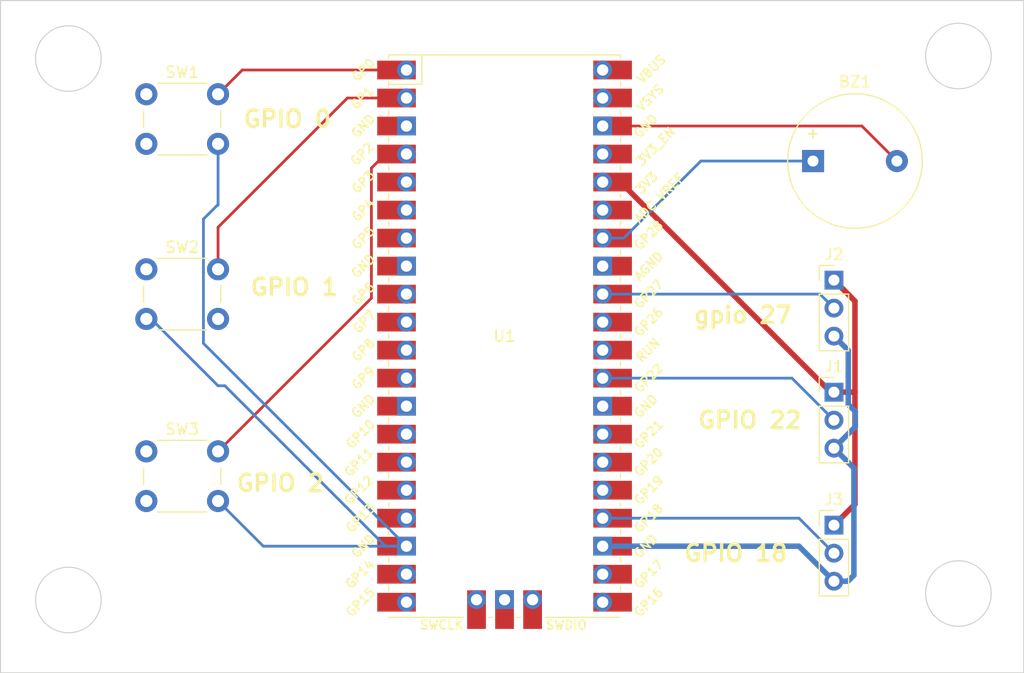
<source format=kicad_pcb>
(kicad_pcb (version 20221018) (generator pcbnew)
  (layers (0 "F.Cu" signal) (31 "B.Cu" signal) (34 "B.Paste" user) (35 "F.Paste" user) (36 "B.SilkS" user "B.Silkscreen") (37 "F.SilkS" user "F.Silkscreen") (38 "B.Mask" user) (39 "F.Mask" user) (44 "Edge.Cuts" user))
  (net 0 "")
  (net 1 "Net-(BZ1-Pad1)")
  (net 2 "Net-(BZ1-Pad2)")
  (net 3 "Net-(J1-Pad1)")
  (net 4 "Net-(J1-Pad2)")
  (net 5 "Net-(J3-Pad3)")
  (net 6 "Net-(J2-Pad2)")
  (net 7 "Net-(J3-Pad2)")
  (net 40 "Net-(U1-Pad1)")
  (net 41 "Net-(U1-Pad18)")
  (net 42 "Net-(U1-Pad2)")
  (net 43 "Net-(U1-Pad4)")
  (footprint "Button_Switch_THT:SW_PUSH_6mm_H13mm" (layer "F.Cu") (at 76.76 56.805)
    (fp_text reference "SW2" (at 3.25 -2) (layer "F.SilkS"))
    (fp_text value "SW_Push")
    (fp_line (start -0.25 1.5) (end -0.25 3) (stroke (width 0.12)) (layer "F.SilkS"))
    (fp_line (start 1 5.5) (end 5.5 5.5) (stroke (width 0.12)) (layer "F.SilkS"))
    (fp_line (start 5.5 -1) (end 1 -1) (stroke (width 0.12)) (layer "F.SilkS"))
    (fp_line (start 6.75 3) (end 6.75 1.5) (stroke (width 0.12)) (layer "F.SilkS"))
    (pad "1" thru_hole circle (at 0 0 90) (size 2 2) (drill 1.1) (layers "*.Cu" "*.Mask") (net 42 "Net-(U1-Pad2)"))
    (pad "1" thru_hole circle (at 6.5 0 90) (size 2 2) (drill 1.1) (layers "*.Cu" "*.Mask") (net 42 "Net-(U1-Pad2)"))
    (pad "2" thru_hole circle (at 0 4.5 90) (size 2 2) (drill 1.1) (layers "*.Cu" "*.Mask") (net 41 "Net-(U1-Pad18)"))
    (pad "2" thru_hole circle (at 6.5 4.5 90) (size 2 2) (drill 1.1) (layers "*.Cu" "*.Mask") (net 41 "Net-(U1-Pad18)"))
  )
  (footprint "Connector_PinHeader_2.54mm:PinHeader_1x03_P2.54mm_Vertical" (layer "F.Cu") (at 139.065 57.785)
    (fp_text reference "J2" (at 0 -2.33) (layer "F.SilkS"))
    (fp_text value "NeoPixel2")
    (fp_line (start -1.33 -1.33) (end 0 -1.33) (stroke (width 0.12)) (layer "F.SilkS"))
    (fp_line (start -1.33 0) (end -1.33 -1.33) (stroke (width 0.12)) (layer "F.SilkS"))
    (fp_line (start -1.33 1.27) (end -1.33 6.41) (stroke (width 0.12)) (layer "F.SilkS"))
    (fp_line (start -1.33 1.27) (end 1.33 1.27) (stroke (width 0.12)) (layer "F.SilkS"))
    (fp_line (start -1.33 6.41) (end 1.33 6.41) (stroke (width 0.12)) (layer "F.SilkS"))
    (fp_line (start 1.33 1.27) (end 1.33 6.41) (stroke (width 0.12)) (layer "F.SilkS"))
    (pad "1" thru_hole rect (at 0 0) (size 1.7 1.7) (drill 1) (layers "*.Cu" "*.Mask") (net 3 "Net-(J1-Pad1)"))
    (pad "2" thru_hole oval (at 0 2.54) (size 1.7 1.7) (drill 1) (layers "*.Cu" "*.Mask") (net 6 "Net-(J2-Pad2)"))
    (pad "3" thru_hole oval (at 0 5.08) (size 1.7 1.7) (drill 1) (layers "*.Cu" "*.Mask") (net 5 "Net-(J3-Pad3)"))
  )
  (footprint "Buzzer_Beeper:Buzzer_12x9.5RM7.6" (layer "F.Cu") (at 137.17 46.99)
    (fp_text reference "BZ1" (at 3.8 -7.2) (layer "F.SilkS"))
    (fp_text value "Buzzer")
    (fp_text user "+" (at -0.01 -2.54) (layer "F.SilkS"))
    (fp_circle (center 3.8 0) (end 9.9 0) (stroke (width 0.12)) (fill none) (layer "F.SilkS"))
    (pad "1" thru_hole rect (at 0 0) (size 2 2) (drill 1) (layers "*.Cu" "*.Mask") (net 1 "Net-(BZ1-Pad1)"))
    (pad "2" thru_hole circle (at 7.6 0) (size 2 2) (drill 1) (layers "*.Cu" "*.Mask") (net 2 "Net-(BZ1-Pad2)"))
  )
  (footprint "Connector_PinHeader_2.54mm:PinHeader_1x03_P2.54mm_Vertical" (layer "F.Cu") (at 139.065 67.945)
    (fp_text reference "J1" (at 0 -2.33) (layer "F.SilkS"))
    (fp_text value "NeoPixel1")
    (fp_line (start -1.33 -1.33) (end 0 -1.33) (stroke (width 0.12)) (layer "F.SilkS"))
    (fp_line (start -1.33 0) (end -1.33 -1.33) (stroke (width 0.12)) (layer "F.SilkS"))
    (fp_line (start -1.33 1.27) (end -1.33 6.41) (stroke (width 0.12)) (layer "F.SilkS"))
    (fp_line (start -1.33 1.27) (end 1.33 1.27) (stroke (width 0.12)) (layer "F.SilkS"))
    (fp_line (start -1.33 6.41) (end 1.33 6.41) (stroke (width 0.12)) (layer "F.SilkS"))
    (fp_line (start 1.33 1.27) (end 1.33 6.41) (stroke (width 0.12)) (layer "F.SilkS"))
    (pad "1" thru_hole rect (at 0 0) (size 1.7 1.7) (drill 1) (layers "*.Cu" "*.Mask") (net 3 "Net-(J1-Pad1)"))
    (pad "2" thru_hole oval (at 0 2.54) (size 1.7 1.7) (drill 1) (layers "*.Cu" "*.Mask") (net 4 "Net-(J1-Pad2)"))
    (pad "3" thru_hole oval (at 0 5.08) (size 1.7 1.7) (drill 1) (layers "*.Cu" "*.Mask") (net 5 "Net-(J3-Pad3)"))
  )
  (footprint "Button_Switch_THT:SW_PUSH_6mm_H13mm" (layer "F.Cu") (at 76.76 40.93)
    (fp_text reference "SW1" (at 3.25 -2) (layer "F.SilkS"))
    (fp_text value "SW_Push")
    (fp_line (start -0.25 1.5) (end -0.25 3) (stroke (width 0.12)) (layer "F.SilkS"))
    (fp_line (start 1 5.5) (end 5.5 5.5) (stroke (width 0.12)) (layer "F.SilkS"))
    (fp_line (start 5.5 -1) (end 1 -1) (stroke (width 0.12)) (layer "F.SilkS"))
    (fp_line (start 6.75 3) (end 6.75 1.5) (stroke (width 0.12)) (layer "F.SilkS"))
    (pad "1" thru_hole circle (at 0 0 90) (size 2 2) (drill 1.1) (layers "*.Cu" "*.Mask") (net 40 "Net-(U1-Pad1)"))
    (pad "1" thru_hole circle (at 6.5 0 90) (size 2 2) (drill 1.1) (layers "*.Cu" "*.Mask") (net 40 "Net-(U1-Pad1)"))
    (pad "2" thru_hole circle (at 0 4.5 90) (size 2 2) (drill 1.1) (layers "*.Cu" "*.Mask") (net 41 "Net-(U1-Pad18)"))
    (pad "2" thru_hole circle (at 6.5 4.5 90) (size 2 2) (drill 1.1) (layers "*.Cu" "*.Mask") (net 41 "Net-(U1-Pad18)"))
  )
  (footprint "Button_Switch_THT:SW_PUSH_6mm_H13mm" (layer "F.Cu") (at 76.76 73.315)
    (fp_text reference "SW3" (at 3.25 -2) (layer "F.SilkS"))
    (fp_text value "SW_Push")
    (fp_line (start -0.25 1.5) (end -0.25 3) (stroke (width 0.12)) (layer "F.SilkS"))
    (fp_line (start 1 5.5) (end 5.5 5.5) (stroke (width 0.12)) (layer "F.SilkS"))
    (fp_line (start 5.5 -1) (end 1 -1) (stroke (width 0.12)) (layer "F.SilkS"))
    (fp_line (start 6.75 3) (end 6.75 1.5) (stroke (width 0.12)) (layer "F.SilkS"))
    (pad "1" thru_hole circle (at 0 0 90) (size 2 2) (drill 1.1) (layers "*.Cu" "*.Mask") (net 43 "Net-(U1-Pad4)"))
    (pad "1" thru_hole circle (at 6.5 0 90) (size 2 2) (drill 1.1) (layers "*.Cu" "*.Mask") (net 43 "Net-(U1-Pad4)"))
    (pad "2" thru_hole circle (at 0 4.5 90) (size 2 2) (drill 1.1) (layers "*.Cu" "*.Mask") (net 41 "Net-(U1-Pad18)"))
    (pad "2" thru_hole circle (at 6.5 4.5 90) (size 2 2) (drill 1.1) (layers "*.Cu" "*.Mask") (net 41 "Net-(U1-Pad18)"))
  )
  (footprint "Connector_PinHeader_2.54mm:PinHeader_1x03_P2.54mm_Vertical" (layer "F.Cu") (at 139.065 80.01)
    (fp_text reference "J3" (at 0 -2.33) (layer "F.SilkS"))
    (fp_text value "NeoPixel3")
    (fp_line (start -1.33 -1.33) (end 0 -1.33) (stroke (width 0.12)) (layer "F.SilkS"))
    (fp_line (start -1.33 0) (end -1.33 -1.33) (stroke (width 0.12)) (layer "F.SilkS"))
    (fp_line (start -1.33 1.27) (end -1.33 6.41) (stroke (width 0.12)) (layer "F.SilkS"))
    (fp_line (start -1.33 1.27) (end 1.33 1.27) (stroke (width 0.12)) (layer "F.SilkS"))
    (fp_line (start -1.33 6.41) (end 1.33 6.41) (stroke (width 0.12)) (layer "F.SilkS"))
    (fp_line (start 1.33 1.27) (end 1.33 6.41) (stroke (width 0.12)) (layer "F.SilkS"))
    (pad "1" thru_hole rect (at 0 0) (size 1.7 1.7) (drill 1) (layers "*.Cu" "*.Mask") (net 3 "Net-(J1-Pad1)"))
    (pad "2" thru_hole oval (at 0 2.54) (size 1.7 1.7) (drill 1) (layers "*.Cu" "*.Mask") (net 7 "Net-(J3-Pad2)"))
    (pad "3" thru_hole oval (at 0 5.08) (size 1.7 1.7) (drill 1) (layers "*.Cu" "*.Mask") (net 5 "Net-(J3-Pad3)"))
  )
  (footprint "MCU_RaspberryPi_and_Boards:RPi_Pico_SMD_TH" (layer "F.Cu") (at 109.22 62.865)
    (fp_text reference "U1" (at 0 0) (layer "F.SilkS"))
    (fp_text value "Pico")
    (fp_text user "GND" (at -12.8 -19.05 45) (layer "F.SilkS") (effects (font (size 0.8 0.8))))
    (fp_text user "GND" (at -12.8 6.35 45) (layer "F.SilkS") (effects (font (size 0.8 0.8))))
    (fp_text user "GP5" (at -12.8 -8.89 45) (layer "F.SilkS") (effects (font (size 0.8 0.8))))
    (fp_text user "GP22" (at 13.054 3.81 45) (layer "F.SilkS") (effects (font (size 0.8 0.8))))
    (fp_text user "GND" (at -12.8 -6.35 45) (layer "F.SilkS") (effects (font (size 0.8 0.8))))
    (fp_text user "AGND" (at 13.054 -6.35 45) (layer "F.SilkS") (effects (font (size 0.8 0.8))))
    (fp_text user "GP15" (at -13.054 24.13 45) (layer "F.SilkS") (effects (font (size 0.8 0.8))))
    (fp_text user "GP19" (at 13.054 13.97 45) (layer "F.SilkS") (effects (font (size 0.8 0.8))))
    (fp_text user "SWDIO" (at 5.6 26.2) (layer "F.SilkS") (effects (font (size 0.8 0.8))))
    (fp_text user "GP0" (at -12.8 -24.13 45) (layer "F.SilkS") (effects (font (size 0.8 0.8))))
    (fp_text user "3V3" (at 12.9 -13.9 45) (layer "F.SilkS") (effects (font (size 0.8 0.8))))
    (fp_text user "GP14" (at -13.1 21.59 45) (layer "F.SilkS") (effects (font (size 0.8 0.8))))
    (fp_text user "GP21" (at 13.054 8.9 45) (layer "F.SilkS") (effects (font (size 0.8 0.8))))
    (fp_text user "GP10" (at -13.054 8.89 45) (layer "F.SilkS") (effects (font (size 0.8 0.8))))
    (fp_text user "VSYS" (at 13.2 -21.59 45) (layer "F.SilkS") (effects (font (size 0.8 0.8))))
    (fp_text user "GP9" (at -12.8 3.81 45) (layer "F.SilkS") (effects (font (size 0.8 0.8))))
    (fp_text user "GP6" (at -12.8 -3.81 45) (layer "F.SilkS") (effects (font (size 0.8 0.8))))
    (fp_text user "GP16" (at 13.054 24.13 45) (layer "F.SilkS") (effects (font (size 0.8 0.8))))
    (fp_text user "GND" (at 12.8 19.05 45) (layer "F.SilkS") (effects (font (size 0.8 0.8))))
    (fp_text user "GP1" (at -12.9 -21.6 45) (layer "F.SilkS") (effects (font (size 0.8 0.8))))
    (fp_text user "GP2" (at -12.9 -16.51 45) (layer "F.SilkS") (effects (font (size 0.8 0.8))))
    (fp_text user "GP13" (at -13.054 16.51 45) (layer "F.SilkS") (effects (font (size 0.8 0.8))))
    (fp_text user "GP18" (at 13.054 16.51 45) (layer "F.SilkS") (effects (font (size 0.8 0.8))))
    (fp_text user "GP17" (at 13.054 21.59 45) (layer "F.SilkS") (effects (font (size 0.8 0.8))))
    (fp_text user "GP7" (at -12.7 -1.3 45) (layer "F.SilkS") (effects (font (size 0.8 0.8))))
    (fp_text user "3V3_EN" (at 13.7 -17.2 45) (layer "F.SilkS") (effects (font (size 0.8 0.8))))
    (fp_text user "GP8" (at -12.8 1.27 45) (layer "F.SilkS") (effects (font (size 0.8 0.8))))
    (fp_text user "GP3" (at -12.8 -13.97 45) (layer "F.SilkS") (effects (font (size 0.8 0.8))))
    (fp_text user "GP28" (at 13.054 -9.144 45) (layer "F.SilkS") (effects (font (size 0.8 0.8))))
    (fp_text user "GP11" (at -13.2 11.43 45) (layer "F.SilkS") (effects (font (size 0.8 0.8))))
    (fp_text user "GND" (at 12.8 6.35 45) (layer "F.SilkS") (effects (font (size 0.8 0.8))))
    (fp_text user "GP26" (at 13.054 -1.27 45) (layer "F.SilkS") (effects (font (size 0.8 0.8))))
    (fp_text user "GP27" (at 13.054 -3.8 45) (layer "F.SilkS") (effects (font (size 0.8 0.8))))
    (fp_text user "VBUS" (at 13.3 -24.2 45) (layer "F.SilkS") (effects (font (size 0.8 0.8))))
    (fp_text user "ADC_VREF" (at 14 -12.5 45) (layer "F.SilkS") (effects (font (size 0.8 0.8))))
    (fp_text user "GND" (at 12.8 -19.05 45) (layer "F.SilkS") (effects (font (size 0.8 0.8))))
    (fp_text user "GP4" (at -12.8 -11.43 45) (layer "F.SilkS") (effects (font (size 0.8 0.8))))
    (fp_text user "SWCLK" (at -5.7 26.2) (layer "F.SilkS") (effects (font (size 0.8 0.8))))
    (fp_text user "GND" (at -12.8 19.05 45) (layer "F.SilkS") (effects (font (size 0.8 0.8))))
    (fp_text user "RUN" (at 13 1.27 45) (layer "F.SilkS") (effects (font (size 0.8 0.8))))
    (fp_text user "GP12" (at -13.2 13.97 45) (layer "F.SilkS") (effects (font (size 0.8 0.8))))
    (fp_text user "GP20" (at 13.054 11.43 45) (layer "F.SilkS") (effects (font (size 0.8 0.8))))
    (fp_line (start -10.5 -25.5) (end -10.5 -25.2) (stroke (width 0.12)) (layer "F.SilkS"))
    (fp_line (start -10.5 -25.5) (end 10.5 -25.5) (stroke (width 0.12)) (layer "F.SilkS"))
    (fp_line (start -10.5 -23.1) (end -10.5 -22.7) (stroke (width 0.12)) (layer "F.SilkS"))
    (fp_line (start -10.5 -22.833) (end -7.493 -22.833) (stroke (width 0.12)) (layer "F.SilkS"))
    (fp_line (start -10.5 -20.5) (end -10.5 -20.1) (stroke (width 0.12)) (layer "F.SilkS"))
    (fp_line (start -10.5 -18) (end -10.5 -17.6) (stroke (width 0.12)) (layer "F.SilkS"))
    (fp_line (start -10.5 -15.4) (end -10.5 -15) (stroke (width 0.12)) (layer "F.SilkS"))
    (fp_line (start -10.5 -12.9) (end -10.5 -12.5) (stroke (width 0.12)) (layer "F.SilkS"))
    (fp_line (start -10.5 -10.4) (end -10.5 -10) (stroke (width 0.12)) (layer "F.SilkS"))
    (fp_line (start -10.5 -7.8) (end -10.5 -7.4) (stroke (width 0.12)) (layer "F.SilkS"))
    (fp_line (start -10.5 -5.3) (end -10.5 -4.9) (stroke (width 0.12)) (layer "F.SilkS"))
    (fp_line (start -10.5 -2.7) (end -10.5 -2.3) (stroke (width 0.12)) (layer "F.SilkS"))
    (fp_line (start -10.5 -0.2) (end -10.5 0.2) (stroke (width 0.12)) (layer "F.SilkS"))
    (fp_line (start -10.5 2.3) (end -10.5 2.7) (stroke (width 0.12)) (layer "F.SilkS"))
    (fp_line (start -10.5 4.9) (end -10.5 5.3) (stroke (width 0.12)) (layer "F.SilkS"))
    (fp_line (start -10.5 7.4) (end -10.5 7.8) (stroke (width 0.12)) (layer "F.SilkS"))
    (fp_line (start -10.5 10) (end -10.5 10.4) (stroke (width 0.12)) (layer "F.SilkS"))
    (fp_line (start -10.5 12.5) (end -10.5 12.9) (stroke (width 0.12)) (layer "F.SilkS"))
    (fp_line (start -10.5 15.1) (end -10.5 15.5) (stroke (width 0.12)) (layer "F.SilkS"))
    (fp_line (start -10.5 17.6) (end -10.5 18) (stroke (width 0.12)) (layer "F.SilkS"))
    (fp_line (start -10.5 20.1) (end -10.5 20.5) (stroke (width 0.12)) (layer "F.SilkS"))
    (fp_line (start -10.5 22.7) (end -10.5 23.1) (stroke (width 0.12)) (layer "F.SilkS"))
    (fp_line (start -7.493 -22.833) (end -7.493 -25.5) (stroke (width 0.12)) (layer "F.SilkS"))
    (fp_line (start -3.7 25.5) (end -10.5 25.5) (stroke (width 0.12)) (layer "F.SilkS"))
    (fp_line (start -1.5 25.5) (end -1.1 25.5) (stroke (width 0.12)) (layer "F.SilkS"))
    (fp_line (start 1.1 25.5) (end 1.5 25.5) (stroke (width 0.12)) (layer "F.SilkS"))
    (fp_line (start 10.5 -25.5) (end 10.5 -25.2) (stroke (width 0.12)) (layer "F.SilkS"))
    (fp_line (start 10.5 -23.1) (end 10.5 -22.7) (stroke (width 0.12)) (layer "F.SilkS"))
    (fp_line (start 10.5 -20.5) (end 10.5 -20.1) (stroke (width 0.12)) (layer "F.SilkS"))
    (fp_line (start 10.5 -18) (end 10.5 -17.6) (stroke (width 0.12)) (layer "F.SilkS"))
    (fp_line (start 10.5 -15.4) (end 10.5 -15) (stroke (width 0.12)) (layer "F.SilkS"))
    (fp_line (start 10.5 -12.9) (end 10.5 -12.5) (stroke (width 0.12)) (layer "F.SilkS"))
    (fp_line (start 10.5 -10.4) (end 10.5 -10) (stroke (width 0.12)) (layer "F.SilkS"))
    (fp_line (start 10.5 -7.8) (end 10.5 -7.4) (stroke (width 0.12)) (layer "F.SilkS"))
    (fp_line (start 10.5 -5.3) (end 10.5 -4.9) (stroke (width 0.12)) (layer "F.SilkS"))
    (fp_line (start 10.5 -2.7) (end 10.5 -2.3) (stroke (width 0.12)) (layer "F.SilkS"))
    (fp_line (start 10.5 -0.2) (end 10.5 0.2) (stroke (width 0.12)) (layer "F.SilkS"))
    (fp_line (start 10.5 2.3) (end 10.5 2.7) (stroke (width 0.12)) (layer "F.SilkS"))
    (fp_line (start 10.5 4.9) (end 10.5 5.3) (stroke (width 0.12)) (layer "F.SilkS"))
    (fp_line (start 10.5 7.4) (end 10.5 7.8) (stroke (width 0.12)) (layer "F.SilkS"))
    (fp_line (start 10.5 10) (end 10.5 10.4) (stroke (width 0.12)) (layer "F.SilkS"))
    (fp_line (start 10.5 12.5) (end 10.5 12.9) (stroke (width 0.12)) (layer "F.SilkS"))
    (fp_line (start 10.5 15.1) (end 10.5 15.5) (stroke (width 0.12)) (layer "F.SilkS"))
    (fp_line (start 10.5 17.6) (end 10.5 18) (stroke (width 0.12)) (layer "F.SilkS"))
    (fp_line (start 10.5 20.1) (end 10.5 20.5) (stroke (width 0.12)) (layer "F.SilkS"))
    (fp_line (start 10.5 22.7) (end 10.5 23.1) (stroke (width 0.12)) (layer "F.SilkS"))
    (fp_line (start 10.5 25.5) (end 3.7 25.5) (stroke (width 0.12)) (layer "F.SilkS"))
    (pad "" np_thru_hole oval (at -2.725 -24) (size 1.8 1.8) (drill 1.8) (layers "*.Cu" "*.Mask"))
    (pad "" np_thru_hole oval (at -2.425 -20.97) (size 1.5 1.5) (drill 1.5) (layers "*.Cu" "*.Mask"))
    (pad "" np_thru_hole oval (at 2.425 -20.97) (size 1.5 1.5) (drill 1.5) (layers "*.Cu" "*.Mask"))
    (pad "" np_thru_hole oval (at 2.725 -24) (size 1.8 1.8) (drill 1.8) (layers "*.Cu" "*.Mask"))
    (pad "1" thru_hole oval (at -8.89 -24.13) (size 1.7 1.7) (drill 1.02) (layers "*.Cu" "*.Mask") (net 40 "Net-(U1-Pad1)"))
    (pad "1" smd rect (at -8.89 -24.13) (size 3.5 1.7) (drill (offset -0.9 0)) (layers "F.Cu" "F.Mask") (net 40 "Net-(U1-Pad1)"))
    (pad "2" thru_hole oval (at -8.89 -21.59) (size 1.7 1.7) (drill 1.02) (layers "*.Cu" "*.Mask") (net 42 "Net-(U1-Pad2)"))
    (pad "2" smd rect (at -8.89 -21.59) (size 3.5 1.7) (drill (offset -0.9 0)) (layers "F.Cu" "F.Mask") (net 42 "Net-(U1-Pad2)"))
    (pad "3" thru_hole rect (at -8.89 -19.05) (size 1.7 1.7) (drill 1.02) (layers "*.Cu" "*.Mask"))
    (pad "3" smd rect (at -8.89 -19.05) (size 3.5 1.7) (drill (offset -0.9 0)) (layers "F.Cu" "F.Mask"))
    (pad "4" thru_hole oval (at -8.89 -16.51) (size 1.7 1.7) (drill 1.02) (layers "*.Cu" "*.Mask") (net 43 "Net-(U1-Pad4)"))
    (pad "4" smd rect (at -8.89 -16.51) (size 3.5 1.7) (drill (offset -0.9 0)) (layers "F.Cu" "F.Mask") (net 43 "Net-(U1-Pad4)"))
    (pad "5" thru_hole oval (at -8.89 -13.97) (size 1.7 1.7) (drill 1.02) (layers "*.Cu" "*.Mask"))
    (pad "5" smd rect (at -8.89 -13.97) (size 3.5 1.7) (drill (offset -0.9 0)) (layers "F.Cu" "F.Mask"))
    (pad "6" thru_hole oval (at -8.89 -11.43) (size 1.7 1.7) (drill 1.02) (layers "*.Cu" "*.Mask"))
    (pad "6" smd rect (at -8.89 -11.43) (size 3.5 1.7) (drill (offset -0.9 0)) (layers "F.Cu" "F.Mask"))
    (pad "7" thru_hole oval (at -8.89 -8.89) (size 1.7 1.7) (drill 1.02) (layers "*.Cu" "*.Mask"))
    (pad "7" smd rect (at -8.89 -8.89) (size 3.5 1.7) (drill (offset -0.9 0)) (layers "F.Cu" "F.Mask"))
    (pad "8" thru_hole rect (at -8.89 -6.35) (size 1.7 1.7) (drill 1.02) (layers "*.Cu" "*.Mask"))
    (pad "8" smd rect (at -8.89 -6.35) (size 3.5 1.7) (drill (offset -0.9 0)) (layers "F.Cu" "F.Mask"))
    (pad "9" thru_hole oval (at -8.89 -3.81) (size 1.7 1.7) (drill 1.02) (layers "*.Cu" "*.Mask"))
    (pad "9" smd rect (at -8.89 -3.81) (size 3.5 1.7) (drill (offset -0.9 0)) (layers "F.Cu" "F.Mask"))
    (pad "10" thru_hole oval (at -8.89 -1.27) (size 1.7 1.7) (drill 1.02) (layers "*.Cu" "*.Mask"))
    (pad "10" smd rect (at -8.89 -1.27) (size 3.5 1.7) (drill (offset -0.9 0)) (layers "F.Cu" "F.Mask"))
    (pad "11" thru_hole oval (at -8.89 1.27) (size 1.7 1.7) (drill 1.02) (layers "*.Cu" "*.Mask"))
    (pad "11" smd rect (at -8.89 1.27) (size 3.5 1.7) (drill (offset -0.9 0)) (layers "F.Cu" "F.Mask"))
    (pad "12" thru_hole oval (at -8.89 3.81) (size 1.7 1.7) (drill 1.02) (layers "*.Cu" "*.Mask"))
    (pad "12" smd rect (at -8.89 3.81) (size 3.5 1.7) (drill (offset -0.9 0)) (layers "F.Cu" "F.Mask"))
    (pad "13" thru_hole rect (at -8.89 6.35) (size 1.7 1.7) (drill 1.02) (layers "*.Cu" "*.Mask"))
    (pad "13" smd rect (at -8.89 6.35) (size 3.5 1.7) (drill (offset -0.9 0)) (layers "F.Cu" "F.Mask"))
    (pad "14" thru_hole oval (at -8.89 8.89) (size 1.7 1.7) (drill 1.02) (layers "*.Cu" "*.Mask"))
    (pad "14" smd rect (at -8.89 8.89) (size 3.5 1.7) (drill (offset -0.9 0)) (layers "F.Cu" "F.Mask"))
    (pad "15" thru_hole oval (at -8.89 11.43) (size 1.7 1.7) (drill 1.02) (layers "*.Cu" "*.Mask"))
    (pad "15" smd rect (at -8.89 11.43) (size 3.5 1.7) (drill (offset -0.9 0)) (layers "F.Cu" "F.Mask"))
    (pad "16" thru_hole oval (at -8.89 13.97) (size 1.7 1.7) (drill 1.02) (layers "*.Cu" "*.Mask"))
    (pad "16" smd rect (at -8.89 13.97) (size 3.5 1.7) (drill (offset -0.9 0)) (layers "F.Cu" "F.Mask"))
    (pad "17" thru_hole oval (at -8.89 16.51) (size 1.7 1.7) (drill 1.02) (layers "*.Cu" "*.Mask"))
    (pad "17" smd rect (at -8.89 16.51) (size 3.5 1.7) (drill (offset -0.9 0)) (layers "F.Cu" "F.Mask"))
    (pad "18" thru_hole rect (at -8.89 19.05) (size 1.7 1.7) (drill 1.02) (layers "*.Cu" "*.Mask") (net 41 "Net-(U1-Pad18)"))
    (pad "18" smd rect (at -8.89 19.05) (size 3.5 1.7) (drill (offset -0.9 0)) (layers "F.Cu" "F.Mask") (net 41 "Net-(U1-Pad18)"))
    (pad "19" thru_hole oval (at -8.89 21.59) (size 1.7 1.7) (drill 1.02) (layers "*.Cu" "*.Mask"))
    (pad "19" smd rect (at -8.89 21.59) (size 3.5 1.7) (drill (offset -0.9 0)) (layers "F.Cu" "F.Mask"))
    (pad "20" thru_hole oval (at -8.89 24.13) (size 1.7 1.7) (drill 1.02) (layers "*.Cu" "*.Mask"))
    (pad "20" smd rect (at -8.89 24.13) (size 3.5 1.7) (drill (offset -0.9 0)) (layers "F.Cu" "F.Mask"))
    (pad "21" thru_hole oval (at 8.89 24.13) (size 1.7 1.7) (drill 1.02) (layers "*.Cu" "*.Mask"))
    (pad "21" smd rect (at 8.89 24.13) (size 3.5 1.7) (drill (offset 0.9 0)) (layers "F.Cu" "F.Mask"))
    (pad "22" thru_hole oval (at 8.89 21.59) (size 1.7 1.7) (drill 1.02) (layers "*.Cu" "*.Mask"))
    (pad "22" smd rect (at 8.89 21.59) (size 3.5 1.7) (drill (offset 0.9 0)) (layers "F.Cu" "F.Mask"))
    (pad "23" thru_hole rect (at 8.89 19.05) (size 1.7 1.7) (drill 1.02) (layers "*.Cu" "*.Mask") (net 5 "Net-(J3-Pad3)"))
    (pad "23" smd rect (at 8.89 19.05) (size 3.5 1.7) (drill (offset 0.9 0)) (layers "F.Cu" "F.Mask") (net 5 "Net-(J3-Pad3)"))
    (pad "24" thru_hole oval (at 8.89 16.51) (size 1.7 1.7) (drill 1.02) (layers "*.Cu" "*.Mask") (net 7 "Net-(J3-Pad2)"))
    (pad "24" smd rect (at 8.89 16.51) (size 3.5 1.7) (drill (offset 0.9 0)) (layers "F.Cu" "F.Mask") (net 7 "Net-(J3-Pad2)"))
    (pad "25" thru_hole oval (at 8.89 13.97) (size 1.7 1.7) (drill 1.02) (layers "*.Cu" "*.Mask"))
    (pad "25" smd rect (at 8.89 13.97) (size 3.5 1.7) (drill (offset 0.9 0)) (layers "F.Cu" "F.Mask"))
    (pad "26" thru_hole oval (at 8.89 11.43) (size 1.7 1.7) (drill 1.02) (layers "*.Cu" "*.Mask"))
    (pad "26" smd rect (at 8.89 11.43) (size 3.5 1.7) (drill (offset 0.9 0)) (layers "F.Cu" "F.Mask"))
    (pad "27" thru_hole oval (at 8.89 8.89) (size 1.7 1.7) (drill 1.02) (layers "*.Cu" "*.Mask"))
    (pad "27" smd rect (at 8.89 8.89) (size 3.5 1.7) (drill (offset 0.9 0)) (layers "F.Cu" "F.Mask"))
    (pad "28" thru_hole rect (at 8.89 6.35) (size 1.7 1.7) (drill 1.02) (layers "*.Cu" "*.Mask"))
    (pad "28" smd rect (at 8.89 6.35) (size 3.5 1.7) (drill (offset 0.9 0)) (layers "F.Cu" "F.Mask"))
    (pad "29" thru_hole oval (at 8.89 3.81) (size 1.7 1.7) (drill 1.02) (layers "*.Cu" "*.Mask") (net 4 "Net-(J1-Pad2)"))
    (pad "29" smd rect (at 8.89 3.81) (size 3.5 1.7) (drill (offset 0.9 0)) (layers "F.Cu" "F.Mask") (net 4 "Net-(J1-Pad2)"))
    (pad "30" thru_hole oval (at 8.89 1.27) (size 1.7 1.7) (drill 1.02) (layers "*.Cu" "*.Mask"))
    (pad "30" smd rect (at 8.89 1.27) (size 3.5 1.7) (drill (offset 0.9 0)) (layers "F.Cu" "F.Mask"))
    (pad "31" thru_hole oval (at 8.89 -1.27) (size 1.7 1.7) (drill 1.02) (layers "*.Cu" "*.Mask"))
    (pad "31" smd rect (at 8.89 -1.27) (size 3.5 1.7) (drill (offset 0.9 0)) (layers "F.Cu" "F.Mask"))
    (pad "32" thru_hole oval (at 8.89 -3.81) (size 1.7 1.7) (drill 1.02) (layers "*.Cu" "*.Mask") (net 6 "Net-(J2-Pad2)"))
    (pad "32" smd rect (at 8.89 -3.81) (size 3.5 1.7) (drill (offset 0.9 0)) (layers "F.Cu" "F.Mask") (net 6 "Net-(J2-Pad2)"))
    (pad "33" thru_hole rect (at 8.89 -6.35) (size 1.7 1.7) (drill 1.02) (layers "*.Cu" "*.Mask"))
    (pad "33" smd rect (at 8.89 -6.35) (size 3.5 1.7) (drill (offset 0.9 0)) (layers "F.Cu" "F.Mask"))
    (pad "34" thru_hole oval (at 8.89 -8.89) (size 1.7 1.7) (drill 1.02) (layers "*.Cu" "*.Mask") (net 1 "Net-(BZ1-Pad1)"))
    (pad "34" smd rect (at 8.89 -8.89) (size 3.5 1.7) (drill (offset 0.9 0)) (layers "F.Cu" "F.Mask") (net 1 "Net-(BZ1-Pad1)"))
    (pad "35" thru_hole oval (at 8.89 -11.43) (size 1.7 1.7) (drill 1.02) (layers "*.Cu" "*.Mask"))
    (pad "35" smd rect (at 8.89 -11.43) (size 3.5 1.7) (drill (offset 0.9 0)) (layers "F.Cu" "F.Mask"))
    (pad "36" thru_hole oval (at 8.89 -13.97) (size 1.7 1.7) (drill 1.02) (layers "*.Cu" "*.Mask") (net 3 "Net-(J1-Pad1)"))
    (pad "36" smd rect (at 8.89 -13.97) (size 3.5 1.7) (drill (offset 0.9 0)) (layers "F.Cu" "F.Mask") (net 3 "Net-(J1-Pad1)"))
    (pad "37" thru_hole oval (at 8.89 -16.51) (size 1.7 1.7) (drill 1.02) (layers "*.Cu" "*.Mask"))
    (pad "37" smd rect (at 8.89 -16.51) (size 3.5 1.7) (drill (offset 0.9 0)) (layers "F.Cu" "F.Mask"))
    (pad "38" thru_hole rect (at 8.89 -19.05) (size 1.7 1.7) (drill 1.02) (layers "*.Cu" "*.Mask") (net 2 "Net-(BZ1-Pad2)"))
    (pad "38" smd rect (at 8.89 -19.05) (size 3.5 1.7) (drill (offset 0.9 0)) (layers "F.Cu" "F.Mask") (net 2 "Net-(BZ1-Pad2)"))
    (pad "39" thru_hole oval (at 8.89 -21.59) (size 1.7 1.7) (drill 1.02) (layers "*.Cu" "*.Mask"))
    (pad "39" smd rect (at 8.89 -21.59) (size 3.5 1.7) (drill (offset 0.9 0)) (layers "F.Cu" "F.Mask"))
    (pad "40" thru_hole oval (at 8.89 -24.13) (size 1.7 1.7) (drill 1.02) (layers "*.Cu" "*.Mask"))
    (pad "40" smd rect (at 8.89 -24.13) (size 3.5 1.7) (drill (offset 0.9 0)) (layers "F.Cu" "F.Mask"))
    (pad "41" thru_hole oval (at -2.54 23.9) (size 1.7 1.7) (drill 1.02) (layers "*.Cu" "*.Mask"))
    (pad "41" smd rect (at -2.54 23.9 90) (size 3.5 1.7) (drill (offset -0.9 0)) (layers "F.Cu" "F.Mask"))
    (pad "42" thru_hole rect (at 0 23.9) (size 1.7 1.7) (drill 1.02) (layers "*.Cu" "*.Mask"))
    (pad "42" smd rect (at 0 23.9 90) (size 3.5 1.7) (drill (offset -0.9 0)) (layers "F.Cu" "F.Mask"))
    (pad "43" thru_hole oval (at 2.54 23.9) (size 1.7 1.7) (drill 1.02) (layers "*.Cu" "*.Mask"))
    (pad "43" smd rect (at 2.54 23.9 90) (size 3.5 1.7) (drill (offset -0.9 0)) (layers "F.Cu" "F.Mask"))
  )
  (gr_circle (center 69.6976 86.7918) (end 70.0786 89.7382) (stroke (width 0.1)) (fill none) (layer "Edge.Cuts"))
  (gr_circle (center 150.343469 37.465) (end 150.724469 40.4114) (stroke (width 0.1)) (fill none) (layer "Edge.Cuts"))
  (gr_circle (center 69.6976 37.6936) (end 70.0786 40.64) (stroke (width 0.1)) (fill none) (layer "Edge.Cuts"))
  (gr_rect (start 63.5508 32.4358) (end 156.2608 93.3958) (stroke (width 0.1)) (fill none) (layer "Edge.Cuts"))
  (gr_circle (center 150.343469 86.2076) (end 150.724469 89.154) (stroke (width 0.1)) (fill none) (layer "Edge.Cuts"))
  (gr_text "gpio 27" (at 130.81 60.96) (layer "F.SilkS") (effects (font (size 1.5 1.5) (thickness 0.3))))
  (gr_text "GPIO 2\n" (at 88.9 76.2) (layer "F.SilkS") (effects (font (size 1.5 1.5) (thickness 0.3))))
  (gr_text "GPIO 22" (at 131.445 70.485) (layer "F.SilkS") (effects (font (size 1.5 1.5) (thickness 0.3))))
  (gr_text "GPIO 18\n" (at 130.175 82.55) (layer "F.SilkS") (effects (font (size 1.5 1.5) (thickness 0.3))))
  (gr_text "GPIO 1" (at 90.17 58.42) (layer "F.SilkS") (effects (font (size 1.5 1.5) (thickness 0.3))))
  (gr_text "GPIO 0" (at 89.535 43.18) (layer "F.SilkS") (effects (font (size 1.5 1.5) (thickness 0.3))))
  (segment (start 127 46.99) (end 137.17 46.99) (width 0.25) (layer "B.Cu") (net 1))
  (segment (start 120.015 53.975) (end 127 46.99) (width 0.25) (layer "B.Cu") (net 1))
  (segment (start 118.11 53.975) (end 120.015 53.975) (width 0.25) (layer "B.Cu") (net 1))
  (segment (start 141.595 43.815) (end 144.77 46.99) (width 0.25) (layer "F.Cu") (net 2))
  (segment (start 118.11 43.815) (end 141.595 43.815) (width 0.25) (layer "F.Cu") (net 2))
  (segment (start 140.97 78.105) (end 139.065 80.01) (width 0.5) (layer "F.Cu") (net 3))
  (segment (start 140.97 67.945) (end 139.065 67.945) (width 0.5) (layer "F.Cu") (net 3))
  (segment (start 139.065 57.785) (end 140.97 59.69) (width 0.5) (layer "F.Cu") (net 3))
  (segment (start 140.97 59.69) (end 140.97 67.945) (width 0.5) (layer "F.Cu") (net 3))
  (segment (start 118.11 48.895) (end 119.72 48.895) (width 0.25) (layer "F.Cu") (net 3))
  (segment (start 119.72 48.895) (end 138.77 67.945) (width 0.5) (layer "F.Cu") (net 3))
  (segment (start 140.52 59.24) (end 139.065 57.785) (width 0.5) (layer "F.Cu") (net 3))
  (segment (start 140.97 67.945) (end 140.97 78.105) (width 0.5) (layer "F.Cu") (net 3))
  (segment (start 138.77 67.945) (end 139.065 67.945) (width 0.25) (layer "F.Cu") (net 3))
  (segment (start 135.255 66.675) (end 139.065 70.485) (width 0.25) (layer "B.Cu") (net 4))
  (segment (start 118.11 66.675) (end 135.255 66.675) (width 0.25) (layer "B.Cu") (net 4))
  (segment (start 140.365 69.065) (end 140.365 64.165) (width 0.5) (layer "B.Cu") (net 5))
  (segment (start 140.365 64.165) (end 139.065 62.865) (width 0.5) (layer "B.Cu") (net 5))
  (segment (start 140.875 84.55) (end 140.875 74.835) (width 0.5) (layer "B.Cu") (net 5))
  (segment (start 141 71.09) (end 141 69.7) (width 0.5) (layer "B.Cu") (net 5))
  (segment (start 139.065 73.025) (end 141 71.09) (width 0.5) (layer "B.Cu") (net 5))
  (segment (start 139.065 85.09) (end 140.335 85.09) (width 0.5) (layer "B.Cu") (net 5))
  (segment (start 140.875 74.835) (end 139.065 73.025) (width 0.5) (layer "B.Cu") (net 5))
  (segment (start 141 69.7) (end 140.365 69.065) (width 0.5) (layer "B.Cu") (net 5))
  (segment (start 140.335 85.09) (end 140.875 84.55) (width 0.5) (layer "B.Cu") (net 5))
  (segment (start 135.89 81.915) (end 139.065 85.09) (width 0.5) (layer "B.Cu") (net 5))
  (segment (start 118.11 81.915) (end 135.89 81.915) (width 0.5) (layer "B.Cu") (net 5))
  (segment (start 137.795 59.055) (end 139.065 60.325) (width 0.25) (layer "B.Cu") (net 6))
  (segment (start 118.11 59.055) (end 137.795 59.055) (width 0.25) (layer "B.Cu") (net 6))
  (segment (start 135.89 79.375) (end 118.11 79.375) (width 0.25) (layer "B.Cu") (net 7))
  (segment (start 139.065 82.55) (end 135.89 79.375) (width 0.25) (layer "B.Cu") (net 7))
  (segment (start 100.33 38.735) (end 85.455 38.735) (width 0.25) (layer "F.Cu") (net 40))
  (segment (start 85.455 38.735) (end 83.26 40.93) (width 0.25) (layer "F.Cu") (net 40))
  (segment (start 83.26 50.995) (end 83.26 50.9282) (width 0.25) (layer "B.Cu") (net 41))
  (segment (start 83.26 50.9282) (end 81.935 52.2532) (width 0.25) (layer "B.Cu") (net 41))
  (segment (start 83.26 50.9282) (end 83.26 45.43) (width 0.25) (layer "B.Cu") (net 41))
  (segment (start 87.36 81.915) (end 83.26 77.815) (width 0.25) (layer "B.Cu") (net 41))
  (segment (start 98.425 81.915) (end 83.875 67.365) (width 0.25) (layer "B.Cu") (net 41))
  (segment (start 83.26 67.365) (end 76.76 60.865) (width 0.25) (layer "B.Cu") (net 41))
  (segment (start 81.935 52.2532) (end 81.935 63.52) (width 0.25) (layer "B.Cu") (net 41))
  (segment (start 83.875 67.365) (end 83.26 67.365) (width 0.25) (layer "B.Cu") (net 41))
  (segment (start 100.33 81.915) (end 98.425 81.915) (width 0.25) (layer "B.Cu") (net 41))
  (segment (start 100.33 81.915) (end 87.36 81.915) (width 0.25) (layer "B.Cu") (net 41))
  (segment (start 81.935 63.52) (end 100.33 81.915) (width 0.25) (layer "B.Cu") (net 41))
  (segment (start 94.98 41.275) (end 83.26 52.995) (width 0.25) (layer "F.Cu") (net 42))
  (segment (start 83.26 52.995) (end 83.26 56.805) (width 0.25) (layer "F.Cu") (net 42))
  (segment (start 100.33 41.275) (end 94.98 41.275) (width 0.25) (layer "F.Cu") (net 42))
  (segment (start 83.26 73.315) (end 97.155 59.42) (width 0.25) (layer "F.Cu") (net 43))
  (segment (start 97.155 47.625) (end 98.425 46.355) (width 0.25) (layer "F.Cu") (net 43))
  (segment (start 97.155 59.42) (end 97.155 47.625) (width 0.25) (layer "F.Cu") (net 43))
  (segment (start 98.425 46.355) (end 100.33 46.355) (width 0.25) (layer "F.Cu") (net 43))
)
</source>
